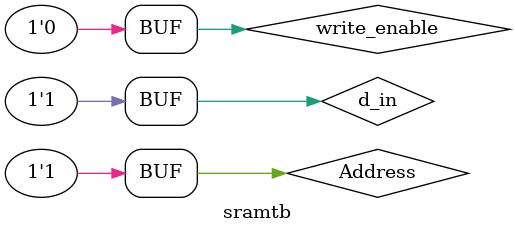
<source format=v>
module sramtb;
reg Address,write_enable,d_in;
wire d_out_1;
sram ohhe(Address,write_enable,d_in,d_out_1);
initial
begin
#10 Address=2'b00;write_enable=1;d_in=1;
#10 Address=2'b01;write_enable=1;d_in=1;
#10 Address=2'b10;write_enable=1;d_in=1;
#10 Address=2'b11;write_enable=1;d_in=1;
#10 Address=2'b00;write_enable=0;d_in=1;
#10 Address=2'b01;write_enable=0;d_in=1;
#10 Address=2'b10;write_enable=0;d_in=1;
#10 Address=2'b11;write_enable=0;d_in=1;
#10 Address=2'b00;write_enable=1;d_in=0;
#10 Address=2'b01;write_enable=1;d_in=0;
#10 Address=2'b10;write_enable=1;d_in=0;
#10 Address=2'b11;write_enable=1;d_in=0;
#10 Address=2'b00;write_enable=0;d_in=1;
#10 Address=2'b01;write_enable=0;d_in=1;
#10 Address=2'b10;write_enable=0;d_in=1;
#10 Address=2'b11;write_enable=0;d_in=1;
end
endmodule


</source>
